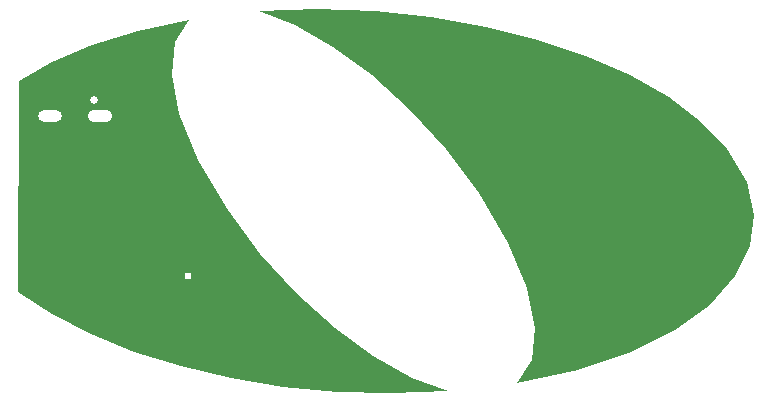
<source format=gbr>
%TF.GenerationSoftware,KiCad,Pcbnew,(6.0.7-1)-1*%
%TF.CreationDate,2023-03-19T13:44:45-04:00*%
%TF.ProjectId,smu_base,736d755f-6261-4736-952e-6b696361645f,rev?*%
%TF.SameCoordinates,Original*%
%TF.FileFunction,Legend,Bot*%
%TF.FilePolarity,Positive*%
%FSLAX46Y46*%
G04 Gerber Fmt 4.6, Leading zero omitted, Abs format (unit mm)*
G04 Created by KiCad (PCBNEW (6.0.7-1)-1) date 2023-03-19 13:44:45*
%MOMM*%
%LPD*%
G01*
G04 APERTURE LIST*
%ADD10R,1.700000X1.700000*%
%ADD11O,1.700000X1.700000*%
%ADD12C,0.609600*%
%ADD13C,3.175000*%
%ADD14C,0.650000*%
%ADD15O,2.100000X1.050000*%
%ADD16O,2.000000X1.000000*%
G04 APERTURE END LIST*
%TO.C,svg2mod*%
G36*
X117370226Y-94572033D02*
G01*
X117097806Y-97291226D01*
X117751232Y-100661550D01*
X119327314Y-104538102D01*
X121822865Y-108775983D01*
X124585424Y-112446126D01*
X127646892Y-115788020D01*
X130885539Y-118713874D01*
X134179633Y-121135899D01*
X137407445Y-122966305D01*
X140447246Y-124117303D01*
X135777556Y-124289241D01*
X131124444Y-124147626D01*
X126548597Y-123707896D01*
X122110697Y-122985493D01*
X117871431Y-121995855D01*
X113891484Y-120754423D01*
X110231541Y-119276637D01*
X106952286Y-117577936D01*
X104114406Y-115673761D01*
X104149167Y-97855687D01*
X107000628Y-96200466D01*
X110374122Y-94760994D01*
X114240766Y-93567164D01*
X118571678Y-92648871D01*
X117370226Y-94572033D01*
G37*
G36*
X134266382Y-91949980D02*
G01*
X139055123Y-92449290D01*
X143681863Y-93257609D01*
X148076398Y-94357074D01*
X152168524Y-95729822D01*
X155888039Y-97357990D01*
X159164739Y-99223715D01*
X161928421Y-101309135D01*
X164108882Y-103596386D01*
X165763602Y-106387218D01*
X166395594Y-109150948D01*
X166054580Y-111836144D01*
X164790280Y-114391372D01*
X162652414Y-116765199D01*
X159690705Y-118906192D01*
X155954872Y-120762916D01*
X151494636Y-122283939D01*
X146359718Y-123417828D01*
X147560830Y-121494881D01*
X147833208Y-118775819D01*
X147179910Y-115405563D01*
X145603998Y-111529035D01*
X143108531Y-107291158D01*
X140345908Y-103620830D01*
X137284290Y-100278826D01*
X134045470Y-97352935D01*
X130751238Y-94930946D01*
X127523387Y-93100651D01*
X124483708Y-91949839D01*
X129385842Y-91777542D01*
X134266382Y-91949980D01*
G37*
%TD*%
%LPC*%
D10*
%TO.C,J5*%
X145796000Y-83820000D03*
D11*
X143256000Y-83820000D03*
X140716000Y-83820000D03*
X138176000Y-83820000D03*
X135636000Y-83820000D03*
X133096000Y-83820000D03*
X130556000Y-83820000D03*
X128016000Y-83820000D03*
%TD*%
D12*
%TO.C,U8*%
X118475500Y-114328627D03*
%TD*%
D13*
%TO.C,REF\u002A\u002A*%
X170180000Y-127000000D03*
%TD*%
D10*
%TO.C,J6*%
X170205000Y-121920000D03*
D11*
X170205000Y-119380000D03*
X170205000Y-116840000D03*
X170205000Y-114300000D03*
X170205000Y-111760000D03*
X170205000Y-109220000D03*
X170205000Y-106680000D03*
X170205000Y-104140000D03*
%TD*%
D10*
%TO.C,J3*%
X149845000Y-132105000D03*
D11*
X147305000Y-132105000D03*
X144765000Y-132105000D03*
X142225000Y-132105000D03*
X139685000Y-132105000D03*
X137145000Y-132105000D03*
X134605000Y-132105000D03*
X132065000Y-132105000D03*
%TD*%
D14*
%TO.C,J1*%
X110487000Y-99410000D03*
X110487000Y-93630000D03*
D15*
X110987000Y-92200000D03*
D16*
X106807000Y-92200000D03*
X106807000Y-100840000D03*
D15*
X110987000Y-100840000D03*
%TD*%
D10*
%TO.C,J4*%
X167625000Y-83845000D03*
D11*
X165085000Y-83845000D03*
X162545000Y-83845000D03*
X160005000Y-83845000D03*
X157465000Y-83845000D03*
X154925000Y-83845000D03*
X152385000Y-83845000D03*
X149845000Y-83845000D03*
%TD*%
D13*
%TO.C,REF\u002A\u002A*%
X119380000Y-83820000D03*
%TD*%
%TO.C,REF\u002A\u002A*%
X170180000Y-99060000D03*
%TD*%
D10*
%TO.C,J7*%
X167615000Y-132105000D03*
D11*
X165075000Y-132105000D03*
X162535000Y-132105000D03*
X159995000Y-132105000D03*
X157455000Y-132105000D03*
X154915000Y-132105000D03*
%TD*%
D13*
%TO.C,REF\u002A\u002A*%
X118110000Y-132080000D03*
%TD*%
M02*

</source>
